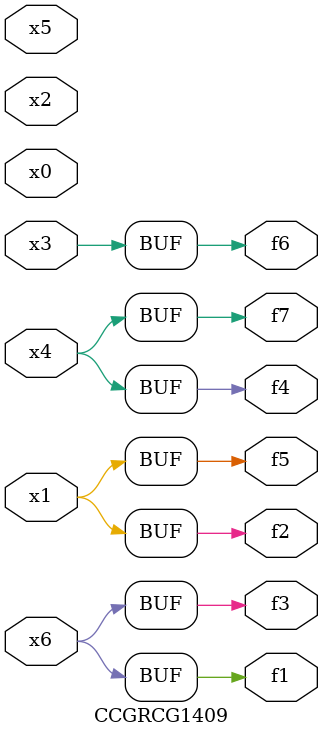
<source format=v>
module CCGRCG1409(
	input x0, x1, x2, x3, x4, x5, x6,
	output f1, f2, f3, f4, f5, f6, f7
);
	assign f1 = x6;
	assign f2 = x1;
	assign f3 = x6;
	assign f4 = x4;
	assign f5 = x1;
	assign f6 = x3;
	assign f7 = x4;
endmodule

</source>
